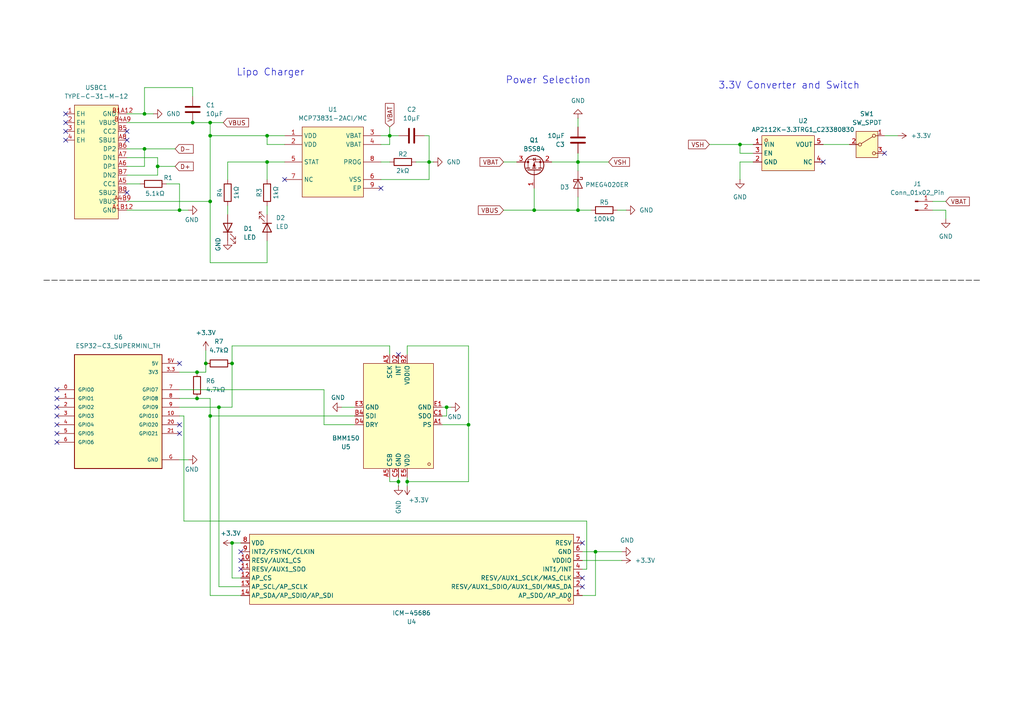
<source format=kicad_sch>
(kicad_sch (version 20250114) (generator "eeschema") (generator_version "9.0")
  (paper "A4")
  (lib_symbols
    (symbol "Connector:Conn_01x02_Pin" (pin_names (offset 1.016) (hide yes))
      (property "Reference" "J" (at 0 2.54 0))
      (property "Value" "Conn_01x02_Pin" (at 0 -5.08 0))
      (symbol "Conn_01x02_Pin_1_1"
        (rectangle (start 0.8636 0.127) (end 0 -0.127) (stroke (width 0.1524)) (fill (type outline)))
        (rectangle (start 0.8636 -2.413) (end 0 -2.667) (stroke (width 0.1524)) (fill (type outline)))
        (polyline (pts (xy 1.27 0) (xy 0.8636 0)) (stroke (width 0.1524)))
        (polyline (pts (xy 1.27 -2.54) (xy 0.8636 -2.54)) (stroke (width 0.1524)))
        (pin passive line (at 5.08 0 180) (length 3.81) (name "Pin_1") (number "1"))
        (pin passive line (at 5.08 -2.54 180) (length 3.81) (name "Pin_2") (number "2"))
      )
    )
    (symbol "Device:C" (pin_numbers (hide yes)) (pin_names (offset 0.254))
      (property "Reference" "C" (at 0.635 2.54 0))
      (property "Value" "C" (at 0.635 -2.54 0))
      (symbol "C_0_1"
        (polyline (pts (xy -2.032 0.762) (xy 2.032 0.762)) (stroke (width 0.508)))
        (polyline (pts (xy -2.032 -0.762) (xy 2.032 -0.762)) (stroke (width 0.508)))
      )
      (symbol "C_1_1"
        (pin passive line (at 0 3.81 270) (length 2.794) (name "~") (number "1"))
        (pin passive line (at 0 -3.81 90) (length 2.794) (name "~") (number "2"))
      )
    )
    (symbol "Device:LED" (pin_numbers (hide yes)) (pin_names (offset 1.016) (hide yes))
      (property "Reference" "D" (at 0 2.54 0))
      (property "Value" "LED" (at 0 -2.54 0))
      (symbol "LED_0_1"
        (polyline (pts (xy -3.048 -0.762) (xy -4.572 -2.286) (xy -3.81 -2.286) (xy -4.572 -2.286) (xy -4.572 -1.524)))
        (polyline (pts (xy -1.778 -0.762) (xy -3.302 -2.286) (xy -2.54 -2.286) (xy -3.302 -2.286) (xy -3.302 -1.524)))
        (polyline (pts (xy -1.27 0) (xy 1.27 0)))
        (polyline (pts (xy -1.27 -1.27) (xy -1.27 1.27)) (stroke (width 0.254)))
        (polyline (pts (xy 1.27 -1.27) (xy 1.27 1.27) (xy -1.27 0) (xy 1.27 -1.27)) (stroke (width 0.254)))
      )
      (symbol "LED_1_1"
        (pin passive line (at -3.81 0 0) (length 2.54) (name "K") (number "1"))
        (pin passive line (at 3.81 0 180) (length 2.54) (name "A") (number "2"))
      )
    )
    (symbol "Device:R" (pin_numbers (hide yes)) (pin_names (offset 0))
      (property "Reference" "R" (at 2.032 0 90))
      (property "Value" "R" (at 0 0 90))
      (symbol "R_0_1"
        (rectangle (start -1.016 -2.54) (end 1.016 2.54) (stroke (width 0.254)))
      )
      (symbol "R_1_1"
        (pin passive line (at 0 3.81 270) (length 1.27) (name "~") (number "1"))
        (pin passive line (at 0 -3.81 90) (length 1.27) (name "~") (number "2"))
      )
    )
    (symbol "Diode:PMEG4020ER" (pin_numbers (hide yes)) (pin_names (hide yes))
      (property "Reference" "D" (at 0 2.54 0))
      (property "Value" "PMEG4020ER" (at 0 -2.54 0))
      (symbol "PMEG4020ER_0_1"
        (polyline (pts (xy -1.905 0.635) (xy -1.905 1.27) (xy -1.27 1.27) (xy -1.27 -1.27) (xy -0.635 -1.27) (xy -0.635 -0.635)) (stroke (width 0.2032)))
        (polyline (pts (xy 1.27 1.27) (xy 1.27 -1.27) (xy -1.27 0) (xy 1.27 1.27)) (stroke (width 0.2032)))
        (polyline (pts (xy 1.27 0) (xy -1.27 0)))
      )
      (symbol "PMEG4020ER_1_1"
        (pin passive line (at -3.81 0 0) (length 2.54) (name "K") (number "1"))
        (pin passive line (at 3.81 0 180) (length 2.54) (name "A") (number "2"))
      )
    )
    (symbol "EasyEDA:AP2112K-3.3TRG1_C23380830"
      (property "Reference" "U" (at 0 7.62 0))
      (property "Value" "AP2112K-3.3TRG1_C23380830" (at 0 -7.62 0))
      (symbol "AP2112K-3.3TRG1_C23380830_0_1"
        (rectangle (start -7.62 5.08) (end 7.62 -5.08) (fill (type background)))
        (circle (center -6.35 3.81) (radius 0.38))
        (pin unspecified line (at -10.16 2.54 0) (length 2.54) (name "VIN") (number "1"))
        (pin unspecified line (at -10.16 0 0) (length 2.54) (name "EN") (number "3"))
        (pin unspecified line (at -10.16 -2.54 0) (length 2.54) (name "GND") (number "2"))
        (pin unspecified line (at 10.16 2.54 180) (length 2.54) (name "VOUT") (number "5"))
        (pin unspecified line (at 10.16 -2.54 180) (length 2.54) (name "NC") (number "4"))
      )
    )
    (symbol "EasyEDA:BMM150"
      (property "Reference" "U" (at 0 22.86 0))
      (property "Value" "BMM150" (at 0 -22.86 0))
      (symbol "BMM150_0_1"
        (rectangle (start -10.16 15.24) (end 10.16 -15.24) (fill (type background)))
        (circle (center -8.89 13.97) (radius 0.38))
        (pin unspecified line (at -12.7 2.54 0) (length 2.54) (name "PS") (number "A1"))
        (pin unspecified line (at -12.7 0 0) (length 2.54) (name "SDO") (number "C1"))
        (pin unspecified line (at -12.7 -2.54 0) (length 2.54) (name "GND") (number "E1"))
        (pin unspecified line (at -2.54 17.78 270) (length 2.54) (name "VDD") (number "E5"))
        (pin unspecified line (at -2.54 -17.78 90) (length 2.54) (name "VDDIO") (number "B2"))
        (pin unspecified line (at 0 17.78 270) (length 2.54) (name "GND") (number "C5"))
        (pin unspecified line (at 0 -17.78 90) (length 2.54) (name "INT") (number "D2"))
        (pin unspecified line (at 2.54 17.78 270) (length 2.54) (name "CSB") (number "A5"))
        (pin unspecified line (at 2.54 -17.78 90) (length 2.54) (name "SCK") (number "A3"))
        (pin unspecified line (at 12.7 2.54 180) (length 2.54) (name "DRY") (number "D4"))
        (pin unspecified line (at 12.7 0 180) (length 2.54) (name "SDI") (number "B4"))
        (pin unspecified line (at 12.7 -2.54 180) (length 2.54) (name "GND") (number "E3"))
      )
    )
    (symbol "EasyEDA:ICM-45686"
      (property "Reference" "U" (at 0 12.7 0))
      (property "Value" "ICM-45686" (at 0 -12.7 0))
      (symbol "ICM-45686_0_1"
        (rectangle (start -46.99 10.16) (end 46.99 -10.16) (fill (type background)))
        (circle (center -45.72 8.89) (radius 0.38))
        (pin unspecified line (at -49.53 7.62 0) (length 2.54) (name "AP_SDO/AP_AD0") (number "1"))
        (pin unspecified line (at -49.53 5.08 0) (length 2.54) (name "RESV/AUX1_SDIO/AUX1_SDI/MAS_DA") (number "2"))
        (pin unspecified line (at -49.53 2.54 0) (length 2.54) (name "RESV/AUX1_SCLK/MAS_CLK") (number "3"))
        (pin unspecified line (at -49.53 0 0) (length 2.54) (name "INT1/INT") (number "4"))
        (pin unspecified line (at -49.53 -2.54 0) (length 2.54) (name "VDDIO") (number "5"))
        (pin unspecified line (at -49.53 -5.08 0) (length 2.54) (name "GND") (number "6"))
        (pin unspecified line (at -49.53 -7.62 0) (length 2.54) (name "RESV") (number "7"))
        (pin unspecified line (at 49.53 7.62 180) (length 2.54) (name "AP_SDA/AP_SDIO/AP_SDI") (number "14"))
        (pin unspecified line (at 49.53 5.08 180) (length 2.54) (name "AP_SCL/AP_SCLK") (number "13"))
        (pin unspecified line (at 49.53 2.54 180) (length 2.54) (name "AP_CS") (number "12"))
        (pin unspecified line (at 49.53 0 180) (length 2.54) (name "RESV/AUX1_SDO") (number "11"))
        (pin unspecified line (at 49.53 -2.54 180) (length 2.54) (name "RESV/AUX1_CS") (number "10"))
        (pin unspecified line (at 49.53 -5.08 180) (length 2.54) (name "INT2/FSYNC/CLKIN") (number "9"))
        (pin unspecified line (at 49.53 -7.62 180) (length 2.54) (name "VDD") (number "8"))
      )
    )
    (symbol "EasyEDA:MCP73831-2ACI_MC"
      (property "Reference" "U" (at 0 12.7 0))
      (property "Value" "MCP73831-2ACI/MC" (at 0 -12.7 0))
      (symbol "MCP73831-2ACI_MC_0_1"
        (rectangle (start -8.89 10.16) (end 8.89 -10.16) (fill (type background)))
        (pin power_in line (at -13.97 7.62 0) (length 5.08) (name "VDD") (number "1"))
        (pin power_in line (at -13.97 5.08 0) (length 5.08) (name "VDD") (number "2"))
        (pin output line (at -13.97 0 0) (length 5.08) (name "STAT") (number "5"))
        (pin unspecified line (at -13.97 -5.08 0) (length 5.08) (name "NC") (number "7"))
        (pin power_in line (at 13.97 7.62 180) (length 5.08) (name "VBAT") (number "3"))
        (pin power_in line (at 13.97 5.08 180) (length 5.08) (name "VBAT") (number "4"))
        (pin unspecified line (at 13.97 0 180) (length 5.08) (name "PROG") (number "8"))
        (pin power_in line (at 13.97 -5.08 180) (length 5.08) (name "VSS") (number "6"))
        (pin power_in line (at 13.97 -7.62 180) (length 5.08) (name "EP") (number "9"))
      )
    )
    (symbol "EasyEDA:TYPE-C-31-M-12"
      (property "Reference" "USBC" (at 0 19.05 0))
      (property "Value" "TYPE-C-31-M-12" (at 0 -19.05 0))
      (symbol "TYPE-C-31-M-12_0_1"
        (rectangle (start -6.35 16.51) (end 6.35 -16.51) (fill (type background)))
        (pin unspecified line (at -8.89 13.97 0) (length 2.54) (name "GND") (number "A1B12"))
        (pin unspecified line (at -8.89 11.43 0) (length 2.54) (name "VBUS") (number "A4B9"))
        (pin unspecified line (at -8.89 8.89 0) (length 2.54) (name "SBU2") (number "B8"))
        (pin unspecified line (at -8.89 6.35 0) (length 2.54) (name "CC1") (number "A5"))
        (pin unspecified line (at -8.89 3.81 0) (length 2.54) (name "DN2") (number "B7"))
        (pin unspecified line (at -8.89 1.27 0) (length 2.54) (name "DP1") (number "A6"))
        (pin unspecified line (at -8.89 -1.27 0) (length 2.54) (name "DN1") (number "A7"))
        (pin unspecified line (at -8.89 -3.81 0) (length 2.54) (name "DP2") (number "B6"))
        (pin unspecified line (at -8.89 -6.35 0) (length 2.54) (name "SBU1") (number "A8"))
        (pin unspecified line (at -8.89 -8.89 0) (length 2.54) (name "CC2") (number "B5"))
        (pin unspecified line (at -8.89 -11.43 0) (length 2.54) (name "VBUS") (number "B4A9"))
        (pin unspecified line (at -8.89 -13.97 0) (length 2.54) (name "GND") (number "B1A12"))
        (pin unspecified line (at 8.89 -6.35 180) (length 2.54) (name "EH") (number "4"))
        (pin unspecified line (at 8.89 -8.89 180) (length 2.54) (name "EH") (number "3"))
        (pin unspecified line (at 8.89 -11.43 180) (length 2.54) (name "EH") (number "2"))
        (pin unspecified line (at 8.89 -13.97 180) (length 2.54) (name "EH") (number "1"))
      )
    )
    (symbol "Switch:SW_SPDT" (pin_names (offset 0) (hide yes))
      (property "Reference" "SW" (at 0 5.08 0))
      (property "Value" "SW_SPDT" (at 0 -5.08 0))
      (symbol "SW_SPDT_0_1"
        (circle (center -2.032 0) (radius 0.4572))
        (polyline (pts (xy -1.651 0.254) (xy 1.651 2.286)))
        (circle (center 2.032 2.54) (radius 0.4572))
        (circle (center 2.032 -2.54) (radius 0.4572))
      )
      (symbol "SW_SPDT_1_1"
        (rectangle (start -3.175 3.81) (end 3.175 -3.81) (fill (type background)))
        (pin passive line (at -5.08 0 0) (length 2.54) (name "B") (number "2"))
        (pin passive line (at 5.08 2.54 180) (length 2.54) (name "A") (number "1"))
        (pin passive line (at 5.08 -2.54 180) (length 2.54) (name "C") (number "3"))
      )
    )
    (symbol "Transistor_FET:BSS84" (pin_names (hide yes))
      (property "Reference" "Q" (at 5.08 1.905 0))
      (property "Value" "BSS84" (at 5.08 0 0))
      (symbol "BSS84_0_1"
        (polyline (pts (xy 0.254 1.905) (xy 0.254 -1.905)) (stroke (width 0.254)))
        (polyline (pts (xy 0.254 0) (xy -2.54 0)))
        (polyline (pts (xy 0.762 2.286) (xy 0.762 1.27)) (stroke (width 0.254)))
        (polyline (pts (xy 0.762 1.778) (xy 3.302 1.778) (xy 3.302 -1.778) (xy 0.762 -1.778)))
        (polyline (pts (xy 0.762 0.508) (xy 0.762 -0.508)) (stroke (width 0.254)))
        (polyline (pts (xy 0.762 -1.27) (xy 0.762 -2.286)) (stroke (width 0.254)))
        (circle (center 1.651 0) (radius 2.794) (stroke (width 0.254)))
        (polyline (pts (xy 2.286 0) (xy 1.27 0.381) (xy 1.27 -0.381) (xy 2.286 0)) (fill (type outline)))
        (polyline (pts (xy 2.54 2.54) (xy 2.54 1.778)))
        (circle (center 2.54 1.778) (radius 0.254) (fill (type outline)))
        (circle (center 2.54 -1.778) (radius 0.254) (fill (type outline)))
        (polyline (pts (xy 2.54 -2.54) (xy 2.54 0) (xy 0.762 0)))
        (polyline (pts (xy 2.794 -0.508) (xy 2.921 -0.381) (xy 3.683 -0.381) (xy 3.81 -0.254)))
        (polyline (pts (xy 3.302 -0.381) (xy 2.921 0.254) (xy 3.683 0.254) (xy 3.302 -0.381)))
      )
      (symbol "BSS84_1_1"
        (pin input line (at -5.08 0 0) (length 2.54) (name "G") (number "1"))
        (pin passive line (at 2.54 5.08 270) (length 2.54) (name "D") (number "3"))
        (pin passive line (at 2.54 -5.08 90) (length 2.54) (name "S") (number "2"))
      )
    )
    (symbol "esp32:ESP32-C3_SUPERMINI_TH" (pin_names (offset 1.016))
      (property "Reference" "U" (at -12.7 16.002 0))
      (property "Value" "ESP32-C3_SUPERMINI_TH" (at -12.7 -20.32 0))
      (symbol "ESP32-C3_SUPERMINI_TH_0_0"
        (rectangle (start -12.7 -17.78) (end 12.7 15.24) (stroke (width 0.254)) (fill (type background)))
        (pin bidirectional line (at -17.78 5.08 0) (length 5.08) (name "GPIO0") (number "0"))
        (pin bidirectional line (at -17.78 2.54 0) (length 5.08) (name "GPIO1") (number "1"))
        (pin bidirectional line (at -17.78 0 0) (length 5.08) (name "GPIO2") (number "2"))
        (pin bidirectional line (at -17.78 -2.54 0) (length 5.08) (name "GPIO3") (number "3"))
        (pin bidirectional line (at -17.78 -5.08 0) (length 5.08) (name "GPIO4") (number "4"))
        (pin bidirectional line (at -17.78 -7.62 0) (length 5.08) (name "GPIO5") (number "5"))
        (pin bidirectional line (at -17.78 -10.16 0) (length 5.08) (name "GPIO6") (number "6"))
        (pin power_in line (at 17.78 12.7 180) (length 5.08) (name "5V") (number "5V"))
        (pin power_in line (at 17.78 10.16 180) (length 5.08) (name "3V3") (number "3.3"))
        (pin bidirectional line (at 17.78 5.08 180) (length 5.08) (name "GPIO7") (number "7"))
        (pin bidirectional line (at 17.78 2.54 180) (length 5.08) (name "GPIO8") (number "8"))
        (pin bidirectional line (at 17.78 0 180) (length 5.08) (name "GPIO9") (number "9"))
        (pin bidirectional line (at 17.78 -2.54 180) (length 5.08) (name "GPIO10") (number "10"))
        (pin bidirectional line (at 17.78 -5.08 180) (length 5.08) (name "GPIO20") (number "20"))
        (pin bidirectional line (at 17.78 -7.62 180) (length 5.08) (name "GPIO21") (number "21"))
        (pin power_in line (at 17.78 -15.24 180) (length 5.08) (name "GND") (number "G"))
      )
    )
    (symbol "power:+3.3V" (power) (pin_numbers (hide yes)) (pin_names (offset 0) (hide yes))
      (property "Value" "+3.3V" (at 0 3.556 0))
      (symbol "+3.3V_0_1"
        (polyline (pts (xy -0.762 1.27) (xy 0 2.54)))
        (polyline (pts (xy 0 2.54) (xy 0.762 1.27)))
        (polyline (pts (xy 0 0) (xy 0 2.54)))
      )
      (symbol "+3.3V_1_1"
        (pin power_in line (at 0 0 90) (length 0) (name "~") (number "1"))
      )
    )
    (symbol "power:GND" (power) (pin_numbers (hide yes)) (pin_names (offset 0) (hide yes))
      (property "Value" "GND" (at 0 -3.81 0))
      (symbol "GND_0_1"
        (polyline (pts (xy 0 0) (xy 0 -1.27) (xy 1.27 -1.27) (xy 0 -2.54) (xy -1.27 -1.27) (xy 0 -1.27)))
      )
      (symbol "GND_1_1"
        (pin power_in line (at 0 0 270) (length 0) (name "~") (number "1"))
      )
    )
  )
  (text "Lipo Charger" (at 78.486 21.082 0) (effects (font (size 2.032 2.032))))
  (text "Power Selection" (at 159.004 23.368 0) (effects (font (size 2.032 2.032))))
  (text "3.3V Converter and Switch" (at 228.854 24.892 0) (effects (font (size 2.032 2.032))))
  (junction (at 52.07 60.96))
  (junction (at 60.96 39.37))
  (junction (at 67.31 105.41))
  (junction (at 57.15 107.95))
  (junction (at 55.88 35.56))
  (junction (at 77.47 46.99))
  (junction (at 67.31 157.48))
  (junction (at 77.47 39.37))
  (junction (at 63.5 118.11))
  (junction (at 60.96 120.65))
  (junction (at 41.91 43.18))
  (junction (at 113.03 39.37))
  (junction (at 60.96 35.56))
  (junction (at 115.57 139.7))
  (junction (at 135.89 123.19))
  (junction (at 118.11 139.7))
  (junction (at 41.91 33.02))
  (junction (at 129.54 118.11))
  (junction (at 167.64 60.96))
  (junction (at 214.63 41.91))
  (junction (at 172.72 160.02))
  (junction (at 60.96 58.42))
  (junction (at 124.46 46.99))
  (junction (at 154.94 60.96))
  (junction (at 57.15 115.57))
  (junction (at 45.72 48.26))
  (junction (at 59.69 105.41))
  (junction (at 167.64 46.99))
  (no_connect (at 69.85 162.56))
  (no_connect (at 16.51 115.57))
  (no_connect (at 168.91 157.48))
  (no_connect (at 19.05 40.64))
  (no_connect (at 19.05 38.1))
  (no_connect (at 168.91 170.18))
  (no_connect (at 52.07 123.19))
  (no_connect (at 36.83 55.88))
  (no_connect (at 16.51 113.03))
  (no_connect (at 168.91 167.64))
  (no_connect (at 238.76 46.99))
  (no_connect (at 16.51 128.27))
  (no_connect (at 82.55 52.07))
  (no_connect (at 69.85 165.1))
  (no_connect (at 19.05 33.02))
  (no_connect (at 115.57 102.87))
  (no_connect (at 16.51 120.65))
  (no_connect (at 36.83 38.1))
  (no_connect (at 36.83 40.64))
  (no_connect (at 19.05 35.56))
  (no_connect (at 256.54 44.45))
  (no_connect (at 52.07 125.73))
  (no_connect (at 16.51 125.73))
  (no_connect (at 69.85 160.02))
  (no_connect (at 16.51 123.19))
  (no_connect (at 110.49 54.61))
  (no_connect (at 16.51 118.11))
  (no_connect (at 52.07 105.41))
  (wire (pts (xy 55.88 35.56) (xy 36.83 35.56)))
  (wire (pts (xy 77.47 76.2) (xy 60.96 76.2)))
  (wire (pts (xy 66.04 46.99) (xy 77.47 46.99)))
  (wire (pts (xy 60.96 35.56) (xy 55.88 35.56)))
  (wire (pts (xy 118.11 100.33) (xy 135.89 100.33)))
  (wire (pts (xy 167.64 34.29) (xy 167.64 36.83)))
  (wire (pts (xy 82.55 41.91) (xy 77.47 41.91)))
  (polyline (pts (xy 12.7 81.28) (xy 284.48 81.28)) (stroke (width 0) (type dash) (color 0 0 0 1)))
  (wire (pts (xy 67.31 100.33) (xy 67.31 105.41)))
  (wire (pts (xy 214.63 44.45) (xy 218.44 44.45)))
  (wire (pts (xy 60.96 120.65) (xy 60.96 115.57)))
  (wire (pts (xy 52.07 60.96) (xy 54.61 60.96)))
  (wire (pts (xy 53.34 120.65) (xy 52.07 120.65)))
  (wire (pts (xy 146.05 60.96) (xy 154.94 60.96)))
  (wire (pts (xy 66.04 62.23) (xy 66.04 59.69)))
  (wire (pts (xy 36.83 53.34) (xy 40.64 53.34)))
  (wire (pts (xy 214.63 46.99) (xy 218.44 46.99)))
  (wire (pts (xy 69.85 170.18) (xy 63.5 170.18)))
  (wire (pts (xy 36.83 50.8) (xy 45.72 50.8)))
  (wire (pts (xy 113.03 102.87) (xy 113.03 100.33)))
  (wire (pts (xy 41.91 33.02) (xy 44.45 33.02)))
  (wire (pts (xy 115.57 140.97) (xy 115.57 139.7)))
  (wire (pts (xy 102.87 120.65) (xy 60.96 120.65)))
  (wire (pts (xy 130.81 118.11) (xy 129.54 118.11)))
  (wire (pts (xy 57.15 107.95) (xy 52.07 107.95)))
  (wire (pts (xy 129.54 120.65) (xy 128.27 120.65)))
  (wire (pts (xy 205.74 41.91) (xy 214.63 41.91)))
  (wire (pts (xy 110.49 39.37) (xy 113.03 39.37)))
  (wire (pts (xy 135.89 139.7) (xy 135.89 123.19)))
  (wire (pts (xy 167.64 46.99) (xy 176.53 46.99)))
  (wire (pts (xy 172.72 160.02) (xy 168.91 160.02)))
  (wire (pts (xy 214.63 41.91) (xy 218.44 41.91)))
  (wire (pts (xy 135.89 123.19) (xy 128.27 123.19)))
  (wire (pts (xy 129.54 118.11) (xy 128.27 118.11)))
  (wire (pts (xy 113.03 41.91) (xy 113.03 39.37)))
  (wire (pts (xy 115.57 139.7) (xy 115.57 138.43)))
  (wire (pts (xy 99.06 118.11) (xy 102.87 118.11)))
  (wire (pts (xy 55.88 25.4) (xy 41.91 25.4)))
  (wire (pts (xy 77.47 69.85) (xy 77.47 76.2)))
  (wire (pts (xy 154.94 54.61) (xy 154.94 60.96)))
  (wire (pts (xy 113.03 46.99) (xy 110.49 46.99)))
  (wire (pts (xy 274.32 58.42) (xy 270.51 58.42)))
  (wire (pts (xy 77.47 39.37) (xy 82.55 39.37)))
  (wire (pts (xy 115.57 139.7) (xy 113.03 139.7)))
  (wire (pts (xy 67.31 167.64) (xy 69.85 167.64)))
  (wire (pts (xy 124.46 52.07) (xy 124.46 46.99)))
  (wire (pts (xy 63.5 170.18) (xy 63.5 118.11)))
  (wire (pts (xy 167.64 44.45) (xy 167.64 46.99)))
  (wire (pts (xy 168.91 172.72) (xy 172.72 172.72)))
  (wire (pts (xy 77.47 62.23) (xy 77.47 59.69)))
  (wire (pts (xy 60.96 115.57) (xy 57.15 115.57)))
  (wire (pts (xy 36.83 33.02) (xy 41.91 33.02)))
  (wire (pts (xy 270.51 60.96) (xy 274.32 60.96)))
  (wire (pts (xy 53.34 151.13) (xy 53.34 120.65)))
  (wire (pts (xy 36.83 60.96) (xy 52.07 60.96)))
  (wire (pts (xy 55.88 27.94) (xy 55.88 25.4)))
  (wire (pts (xy 45.72 45.72) (xy 36.83 45.72)))
  (wire (pts (xy 135.89 100.33) (xy 135.89 123.19)))
  (wire (pts (xy 60.96 58.42) (xy 60.96 39.37)))
  (wire (pts (xy 146.05 46.99) (xy 149.86 46.99)))
  (wire (pts (xy 67.31 105.41) (xy 67.31 118.11)))
  (wire (pts (xy 274.32 60.96) (xy 274.32 63.5)))
  (wire (pts (xy 123.19 39.37) (xy 124.46 39.37)))
  (wire (pts (xy 167.64 60.96) (xy 171.45 60.96)))
  (wire (pts (xy 113.03 139.7) (xy 113.03 138.43)))
  (wire (pts (xy 154.94 60.96) (xy 167.64 60.96)))
  (wire (pts (xy 170.18 165.1) (xy 168.91 165.1)))
  (wire (pts (xy 50.8 48.26) (xy 45.72 48.26)))
  (wire (pts (xy 69.85 172.72) (xy 60.96 172.72)))
  (wire (pts (xy 113.03 36.83) (xy 113.03 39.37)))
  (wire (pts (xy 60.96 39.37) (xy 77.47 39.37)))
  (wire (pts (xy 60.96 76.2) (xy 60.96 58.42)))
  (wire (pts (xy 110.49 41.91) (xy 113.03 41.91)))
  (wire (pts (xy 124.46 39.37) (xy 124.46 46.99)))
  (wire (pts (xy 45.72 48.26) (xy 45.72 45.72)))
  (wire (pts (xy 59.69 101.6) (xy 59.69 105.41)))
  (wire (pts (xy 36.83 58.42) (xy 60.96 58.42)))
  (wire (pts (xy 60.96 39.37) (xy 60.96 35.56)))
  (wire (pts (xy 52.07 113.03) (xy 93.98 113.03)))
  (wire (pts (xy 41.91 43.18) (xy 41.91 48.26)))
  (wire (pts (xy 67.31 157.48) (xy 67.31 167.64)))
  (wire (pts (xy 66.04 52.07) (xy 66.04 46.99)))
  (wire (pts (xy 260.35 39.37) (xy 256.54 39.37)))
  (wire (pts (xy 167.64 57.15) (xy 167.64 60.96)))
  (wire (pts (xy 172.72 172.72) (xy 172.72 160.02)))
  (wire (pts (xy 181.61 60.96) (xy 179.07 60.96)))
  (wire (pts (xy 180.34 160.02) (xy 172.72 160.02)))
  (wire (pts (xy 63.5 118.11) (xy 52.07 118.11)))
  (wire (pts (xy 214.63 41.91) (xy 214.63 44.45)))
  (wire (pts (xy 238.76 41.91) (xy 246.38 41.91)))
  (wire (pts (xy 45.72 50.8) (xy 45.72 48.26)))
  (wire (pts (xy 93.98 123.19) (xy 102.87 123.19)))
  (wire (pts (xy 129.54 118.11) (xy 129.54 120.65)))
  (wire (pts (xy 41.91 43.18) (xy 50.8 43.18)))
  (wire (pts (xy 214.63 52.07) (xy 214.63 46.99)))
  (wire (pts (xy 167.64 46.99) (xy 160.02 46.99)))
  (wire (pts (xy 113.03 100.33) (xy 67.31 100.33)))
  (wire (pts (xy 118.11 102.87) (xy 118.11 100.33)))
  (wire (pts (xy 167.64 49.53) (xy 167.64 46.99)))
  (wire (pts (xy 124.46 46.99) (xy 120.65 46.99)))
  (wire (pts (xy 54.61 133.35) (xy 52.07 133.35)))
  (wire (pts (xy 82.55 46.99) (xy 77.47 46.99)))
  (wire (pts (xy 125.73 46.99) (xy 124.46 46.99)))
  (wire (pts (xy 41.91 25.4) (xy 41.91 33.02)))
  (wire (pts (xy 180.34 162.56) (xy 168.91 162.56)))
  (wire (pts (xy 36.83 43.18) (xy 41.91 43.18)))
  (wire (pts (xy 110.49 52.07) (xy 124.46 52.07)))
  (wire (pts (xy 60.96 35.56) (xy 64.77 35.56)))
  (wire (pts (xy 118.11 139.7) (xy 135.89 139.7)))
  (wire (pts (xy 113.03 39.37) (xy 115.57 39.37)))
  (wire (pts (xy 67.31 118.11) (xy 63.5 118.11)))
  (wire (pts (xy 170.18 165.1) (xy 170.18 151.13)))
  (wire (pts (xy 60.96 172.72) (xy 60.96 120.65)))
  (wire (pts (xy 52.07 53.34) (xy 52.07 60.96)))
  (wire (pts (xy 48.26 53.34) (xy 52.07 53.34)))
  (wire (pts (xy 67.31 157.48) (xy 69.85 157.48)))
  (wire (pts (xy 77.47 46.99) (xy 77.47 52.07)))
  (wire (pts (xy 93.98 113.03) (xy 93.98 123.19)))
  (wire (pts (xy 170.18 151.13) (xy 53.34 151.13)))
  (wire (pts (xy 77.47 41.91) (xy 77.47 39.37)))
  (wire (pts (xy 41.91 48.26) (xy 36.83 48.26)))
  (wire (pts (xy 59.69 107.95) (xy 57.15 107.95)))
  (wire (pts (xy 118.11 139.7) (xy 118.11 138.43)))
  (wire (pts (xy 118.11 140.97) (xy 118.11 139.7)))
  (wire (pts (xy 57.15 115.57) (xy 52.07 115.57)))
  (wire (pts (xy 59.69 105.41) (xy 59.69 107.95)))
  (global_label "D+" (shape input) (at 50.8 48.26 0) (property "Intersheetrefs" "${INTERSHEET_REFS}" (effects (hide yes))))
  (global_label "VBUS" (shape input) (at 146.05 60.96 180) (property "Intersheetrefs" "${INTERSHEET_REFS}" (effects (hide yes))))
  (global_label "VBUS" (shape input) (at 64.77 35.56 0) (property "Intersheetrefs" "${INTERSHEET_REFS}" (effects (hide yes))))
  (global_label "VSH" (shape input) (at 205.74 41.91 180) (property "Intersheetrefs" "${INTERSHEET_REFS}" (effects (hide yes))))
  (global_label "VSH" (shape input) (at 176.53 46.99 0) (property "Intersheetrefs" "${INTERSHEET_REFS}" (effects (hide yes))))
  (global_label "VBAT" (shape input) (at 274.32 58.42 0) (property "Intersheetrefs" "${INTERSHEET_REFS}" (effects (hide yes))))
  (global_label "VBAT" (shape input) (at 113.03 36.83 90) (property "Intersheetrefs" "${INTERSHEET_REFS}" (effects (hide yes))))
  (global_label "VBAT" (shape input) (at 146.05 46.99 180) (property "Intersheetrefs" "${INTERSHEET_REFS}" (effects (hide yes))))
  (global_label "D-" (shape input) (at 50.8 43.18 0) (property "Intersheetrefs" "${INTERSHEET_REFS}" (effects (hide yes))))
  (symbol (lib_id "Device:C") (at 55.88 31.75 0) (unit 1)
    (property "Reference" "C1" (at 59.69 30.4799 0) (effects (justify left)))
    (property "Value" "10µF" (at 59.69 33.0199 0) (effects (justify left)))
    (property "Footprint" "PCM_JLCPCB:C_0402" (effects (hide yes)))
    (property "Description" "Unpolarized capacitor" (effects (hide yes)))
  )
  (symbol (lib_id "power:GND") (at 180.34 160.02 90) (unit 1)
    (property "Reference" "#PWR011" (effects (hide yes)))
    (property "Value" "GND" (at 179.832 156.718 90) (effects (justify right)))
    (property "Description" "Power symbol creates a global label with name \"GND\" , ground" (effects (hide yes)))
  )
  (symbol (lib_id "Device:LED") (at 66.04 66.04 90) (unit 1)
    (property "Reference" "D1" (at 70.612 66.294 90) (effects (justify right)))
    (property "Value" "LED" (at 70.612 68.834 90) (effects (justify right)))
    (property "Footprint" "LED_SMD:LED_0402_1005Metric" (effects (hide yes)))
    (property "Description" "Light emitting diode" (effects (hide yes)))
    (property "Sim.Pins" "1=K 2=A" (effects (hide yes)))
  )
  (symbol (lib_id "power:+3.3V") (at 260.35 39.37 270) (unit 1)
    (property "Reference" "#PWR08" (effects (hide yes)))
    (property "Value" "+3.3V" (at 264.16 39.3699 90) (effects (justify left)))
    (property "Description" "Power symbol creates a global label with name \"+3.3V\"" (effects (hide yes)))
  )
  (symbol (lib_id "power:+3.3V") (at 180.34 162.56 270) (unit 1)
    (property "Reference" "#PWR019" (effects (hide yes)))
    (property "Value" "+3.3V" (at 184.15 162.5601 90) (effects (justify left)))
    (property "Description" "Power symbol creates a global label with name \"+3.3V\"" (effects (hide yes)))
  )
  (symbol (lib_id "Device:R") (at 77.47 55.88 180) (unit 1)
    (property "Reference" "R3" (at 75.184 55.88 90))
    (property "Value" "1kΩ" (at 80.01 55.88 90))
    (property "Footprint" "PCM_JLCPCB:R_0402" (effects (hide yes)))
    (property "Description" "Resistor" (effects (hide yes)))
  )
  (symbol (lib_id "power:+3.3V") (at 118.11 140.97 180) (unit 1)
    (property "Reference" "#PWR015" (effects (hide yes)))
    (property "Value" "+3.3V" (at 121.412 145.034 0))
    (property "Description" "Power symbol creates a global label with name \"+3.3V\"" (effects (hide yes)))
  )
  (symbol (lib_id "Device:R") (at 175.26 60.96 90) (unit 1)
    (property "Reference" "R5" (at 175.26 58.674 90))
    (property "Value" "100kΩ" (at 175.26 63.5 90))
    (property "Footprint" "PCM_JLCPCB:R_0402" (effects (hide yes)))
    (property "Description" "Resistor" (effects (hide yes)))
  )
  (symbol (lib_id "power:GND") (at 181.61 60.96 90) (unit 1)
    (property "Reference" "#PWR07" (effects (hide yes)))
    (property "Value" "GND" (at 185.42 60.9599 90) (effects (justify right)))
    (property "Description" "Power symbol creates a global label with name \"GND\" , ground" (effects (hide yes)))
  )
  (symbol (lib_id "power:GND") (at 44.45 33.02 90) (unit 1)
    (property "Reference" "#PWR01" (effects (hide yes)))
    (property "Value" "GND" (at 48.26 33.0199 90) (effects (justify right)))
    (property "Description" "Power symbol creates a global label with name \"GND\" , ground" (effects (hide yes)))
  )
  (symbol (lib_id "power:GND") (at 54.61 133.35 90) (unit 1)
    (property "Reference" "#PWR017" (effects (hide yes)))
    (property "Value" "GND" (at 53.594 136.144 90) (effects (justify right)))
    (property "Description" "Power symbol creates a global label with name \"GND\" , ground" (effects (hide yes)))
  )
  (symbol (lib_id "power:+3.3V") (at 67.31 157.48 90) (unit 1)
    (property "Reference" "#PWR012" (effects (hide yes)))
    (property "Value" "+3.3V" (at 69.85 154.686 90) (effects (justify left)))
    (property "Description" "Power symbol creates a global label with name \"+3.3V\"" (effects (hide yes)))
  )
  (symbol (lib_id "Diode:PMEG4020ER") (at 167.64 53.34 270) (unit 1)
    (property "Reference" "D3" (at 165.1 54.2926 90) (effects (justify right)))
    (property "Value" "PMEG4020ER" (at 182.372 53.594 90) (effects (justify right)))
    (property "Footprint" "Diode_SMD:Nexperia_CFP3_SOD-123W" (effects (hide yes)))
    (property "Datasheet" "https://assets.nexperia.com/documents/data-sheet/PMEG4020ER.pdf" (effects (hide yes)))
    (property "Description" "40V, 2A low Vf MEGA Schottky barrier rectifier, SOD-123W" (effects (hide yes)))
  )
  (symbol (lib_id "esp32:ESP32-C3_SUPERMINI_TH") (at 34.29 118.11 0) (unit 1)
    (property "Reference" "U6" (at 34.29 97.79 0))
    (property "Value" "ESP32-C3_SUPERMINI_TH" (at 34.29 100.33 0))
    (property "Footprint" "esp32:MODULE_ESP32-C3_SUPERMINI_TH" (effects (hide yes)))
    (property "MF" "Espressif Systems" (effects (hide yes)))
    (property "Description_1" "Super tiny ESP32-C3 board" (effects (hide yes)))
    (property "CREATOR" "DIZAR" (effects (hide yes)))
    (property "Price" "None" (effects (hide yes)))
    (property "Package" "Package" (effects (hide yes)))
    (property "Check_prices" "https://www.snapeda.com/parts/ESP32-C3%20SuperMini_TH/Espressif+Systems/view-part/?ref=eda" (effects (hide yes)))
    (property "STANDARD" "IPC-7351B" (effects (hide yes)))
    (property "SnapEDA_Link" "https://www.snapeda.com/parts/ESP32-C3%20SuperMini_TH/Espressif+Systems/view-part/?ref=snap" (effects (hide yes)))
    (property "MP" "ESP32-C3 SuperMini_TH" (effects (hide yes)))
    (property "Availability" "Not in stock" (effects (hide yes)))
    (property "MANUFACTURER" "Espressif Systems" (effects (hide yes)))
  )
  (symbol (lib_id "Device:R") (at 63.5 105.41 90) (unit 1)
    (property "Reference" "R7" (at 63.5 99.06 90))
    (property "Value" "4.7kΩ" (at 63.5 101.6 90))
    (property "Footprint" "PCM_JLCPCB:R_0402" (effects (hide yes)))
    (property "Description" "Resistor" (effects (hide yes)))
  )
  (symbol (lib_id "Device:R") (at 44.45 53.34 270) (unit 1)
    (property "Reference" "R1" (at 48.768 51.562 90))
    (property "Value" "5.1kΩ" (at 44.958 56.134 90))
    (property "Footprint" "PCM_JLCPCB:R_0402" (effects (hide yes)))
    (property "Description" "Resistor" (effects (hide yes)))
  )
  (symbol (lib_id "power:GND") (at 66.04 69.85 0) (unit 1)
    (property "Reference" "#PWR04" (effects (hide yes)))
    (property "Value" "GND" (at 63.246 68.834 90) (effects (justify right)))
    (property "Description" "Power symbol creates a global label with name \"GND\" , ground" (effects (hide yes)))
  )
  (symbol (lib_id "power:GND") (at 115.57 140.97 0) (unit 1)
    (property "Reference" "#PWR016" (effects (hide yes)))
    (property "Value" "GND" (at 115.57 145.034 90) (effects (justify right)))
    (property "Description" "Power symbol creates a global label with name \"GND\" , ground" (effects (hide yes)))
  )
  (symbol (lib_id "Connector:Conn_01x02_Pin") (at 265.43 58.42 0) (unit 1)
    (property "Reference" "J1" (at 266.065 53.34 0))
    (property "Value" "Conn_01x02_Pin" (at 266.065 55.88 0))
    (property "Footprint" "Connector_JST:JST_PH_S2B-PH-K_1x02_P2.00mm_Horizontal" (effects (hide yes)))
    (property "Description" "Generic connector, single row, 01x02, script generated" (effects (hide yes)))
  )
  (symbol (lib_id "EasyEDA:BMM150") (at 115.57 120.65 180) (unit 1)
    (property "Reference" "U5" (at 100.33 129.6102 0))
    (property "Value" "BMM150" (at 100.33 127.0702 0))
    (property "Footprint" "EasyEDA:WLCSP-12_L1.6-W1.6_BMM150" (effects (hide yes)))
    (property "Datasheet" "https://lcsc.com/product-detail/Sensors_Bosch_BMM150_BMM150_C171681.html" (effects (hide yes)))
    (property "LCSC Part" "C171681" (effects (hide yes)))
  )
  (symbol (lib_id "Device:R") (at 57.15 111.76 0) (unit 1)
    (property "Reference" "R6" (at 59.69 110.4899 0) (effects (justify left)))
    (property "Value" "4.7kΩ" (at 59.69 113.0299 0) (effects (justify left)))
    (property "Footprint" "PCM_JLCPCB:R_0402" (effects (hide yes)))
    (property "Description" "Resistor" (effects (hide yes)))
  )
  (symbol (lib_id "Device:R") (at 116.84 46.99 90) (unit 1)
    (property "Reference" "R2" (at 116.84 44.704 90))
    (property "Value" "2kΩ" (at 116.84 49.53 90))
    (property "Footprint" "PCM_JLCPCB:R_0402" (effects (hide yes)))
    (property "Description" "Resistor" (effects (hide yes)))
  )
  (symbol (lib_id "power:GND") (at 99.06 118.11 270) (unit 1)
    (property "Reference" "#PWR014" (effects (hide yes)))
    (property "Value" "GND" (at 100.076 115.316 90) (effects (justify right)))
    (property "Description" "Power symbol creates a global label with name \"GND\" , ground" (effects (hide yes)))
  )
  (symbol (lib_id "Device:LED") (at 77.47 66.04 270) (unit 1)
    (property "Reference" "D2" (at 80.01 63.1824 90) (effects (justify left)))
    (property "Value" "LED" (at 80.01 65.7224 90) (effects (justify left)))
    (property "Footprint" "LED_SMD:LED_0402_1005Metric" (effects (hide yes)))
    (property "Description" "Light emitting diode" (effects (hide yes)))
    (property "Sim.Pins" "1=K 2=A" (effects (hide yes)))
  )
  (symbol (lib_id "power:+3.3V") (at 59.69 101.6 0) (unit 1)
    (property "Reference" "#PWR018" (effects (hide yes)))
    (property "Value" "+3.3V" (at 59.69 96.52 0))
    (property "Description" "Power symbol creates a global label with name \"+3.3V\"" (effects (hide yes)))
  )
  (symbol (lib_id "Device:C") (at 119.38 39.37 90) (unit 1)
    (property "Reference" "C2" (at 119.38 31.75 90))
    (property "Value" "10µF" (at 119.38 34.29 90))
    (property "Footprint" "PCM_JLCPCB:C_0402" (effects (hide yes)))
    (property "Description" "Unpolarized capacitor" (effects (hide yes)))
  )
  (symbol (lib_id "EasyEDA:ICM-45686") (at 119.38 165.1 180) (unit 1)
    (property "Reference" "U4" (at 119.38 180.34 0))
    (property "Value" "ICM-45686" (at 119.38 177.8 0))
    (property "Footprint" "EasyEDA:LGA-14_L3.0-W2.5-P0.50-TL" (effects (hide yes)))
    (property "LCSC Part" "C22459454" (effects (hide yes)))
  )
  (symbol (lib_id "Device:C") (at 167.64 40.64 180) (unit 1)
    (property "Reference" "C3" (at 163.83 41.9101 0) (effects (justify left)))
    (property "Value" "10µF" (at 163.83 39.3701 0) (effects (justify left)))
    (property "Footprint" "PCM_JLCPCB:C_0402" (effects (hide yes)))
    (property "Description" "Unpolarized capacitor" (effects (hide yes)))
  )
  (symbol (lib_id "EasyEDA:TYPE-C-31-M-12") (at 27.94 46.99 180) (unit 1)
    (property "Reference" "USBC1" (at 27.94 25.4 0))
    (property "Value" "TYPE-C-31-M-12" (at 27.94 27.94 0))
    (property "Footprint" "EasyEDA:USB-C_SMD-TYPE-C-31-M-12_1" (effects (hide yes)))
    (property "Datasheet" "https://lcsc.com/product-detail/USB-Type-C_Korean-Hroparts-Elec-TYPE-C-31-M-12_C165948.html" (effects (hide yes)))
    (property "LCSC Part" "C165948" (effects (hide yes)))
  )
  (symbol (lib_id "Transistor_FET:BSS84") (at 154.94 49.53 90) (unit 1)
    (property "Reference" "Q1" (at 154.94 40.64 90))
    (property "Value" "BSS84" (at 154.94 43.18 90))
    (property "Footprint" "Package_TO_SOT_SMD:SOT-23" (effects (hide yes)))
    (property "Datasheet" "http://assets.nexperia.com/documents/data-sheet/BSS84.pdf" (effects (hide yes)))
    (property "Description" "-0.13A Id, -50V Vds, P-Channel MOSFET, SOT-23" (effects (hide yes)))
  )
  (symbol (lib_id "power:GND") (at 54.61 60.96 90) (unit 1)
    (property "Reference" "#PWR02" (effects (hide yes)))
    (property "Value" "GND" (at 53.594 63.754 90) (effects (justify right)))
    (property "Description" "Power symbol creates a global label with name \"GND\" , ground" (effects (hide yes)))
  )
  (symbol (lib_id "EasyEDA:AP2112K-3.3TRG1_C23380830") (at 228.6 44.45 0) (unit 1)
    (property "Reference" "U2" (at 232.918 35.052 0))
    (property "Value" "AP2112K-3.3TRG1_C23380830" (at 232.918 37.592 0))
    (property "Footprint" "EasyEDA:SOT-23-5_L2.9-W1.6-P0.95-LS2.8-BR" (effects (hide yes)))
    (property "LCSC Part" "C23380830" (effects (hide yes)))
  )
  (symbol (lib_id "power:GND") (at 214.63 52.07 0) (unit 1)
    (property "Reference" "#PWR09" (effects (hide yes)))
    (property "Value" "GND" (at 214.63 57.15 0))
    (property "Description" "Power symbol creates a global label with name \"GND\" , ground" (effects (hide yes)))
  )
  (symbol (lib_id "power:GND") (at 130.81 118.11 90) (unit 1)
    (property "Reference" "#PWR013" (effects (hide yes)))
    (property "Value" "GND" (at 129.794 120.904 90) (effects (justify right)))
    (property "Description" "Power symbol creates a global label with name \"GND\" , ground" (effects (hide yes)))
  )
  (symbol (lib_id "EasyEDA:MCP73831-2ACI_MC") (at 96.52 46.99 0) (unit 1)
    (property "Reference" "U1" (at 96.52 31.75 0))
    (property "Value" "MCP73831-2ACI/MC" (at 96.52 34.29 0))
    (property "Footprint" "EasyEDA:TDFN-8_L3.0-W2.0-P0.50-BL-EP1.6" (effects (hide yes)))
    (property "Datasheet" "https://lcsc.com/product-detail/_MICROCHIP_MCP73831-2ACI-MC_MCP73831-2ACI-MC_C150772.html" (effects (hide yes)))
    (property "LCSC Part" "C150772" (effects (hide yes)))
  )
  (symbol (lib_id "Switch:SW_SPDT") (at 251.46 41.91 0) (unit 1)
    (property "Reference" "SW1" (at 251.46 33.02 0))
    (property "Value" "SW_SPDT" (at 251.46 35.56 0))
    (property "Footprint" "Button_Switch_SMD:SW_SPDT_PCM12" (effects (hide yes)))
    (property "Description" "Switch, single pole double throw" (effects (hide yes)))
  )
  (symbol (lib_id "Device:R") (at 66.04 55.88 180) (unit 1)
    (property "Reference" "R4" (at 63.754 55.88 90))
    (property "Value" "1kΩ" (at 68.58 55.88 90))
    (property "Footprint" "PCM_JLCPCB:R_0402" (effects (hide yes)))
    (property "Description" "Resistor" (effects (hide yes)))
  )
  (symbol (lib_id "power:GND") (at 274.32 63.5 0) (unit 1)
    (property "Reference" "#PWR05" (effects (hide yes)))
    (property "Value" "GND" (at 274.32 68.58 0))
    (property "Description" "Power symbol creates a global label with name \"GND\" , ground" (effects (hide yes)))
  )
  (symbol (lib_id "power:GND") (at 167.64 34.29 180) (unit 1)
    (property "Reference" "#PWR06" (effects (hide yes)))
    (property "Value" "GND" (at 167.64 29.21 0))
    (property "Description" "Power symbol creates a global label with name \"GND\" , ground" (effects (hide yes)))
  )
  (symbol (lib_id "power:GND") (at 125.73 46.99 90) (unit 1)
    (property "Reference" "#PWR03" (effects (hide yes)))
    (property "Value" "GND" (at 129.54 46.9899 90) (effects (justify right)))
    (property "Description" "Power symbol creates a global label with name \"GND\" , ground" (effects (hide yes)))
  )
)
</source>
